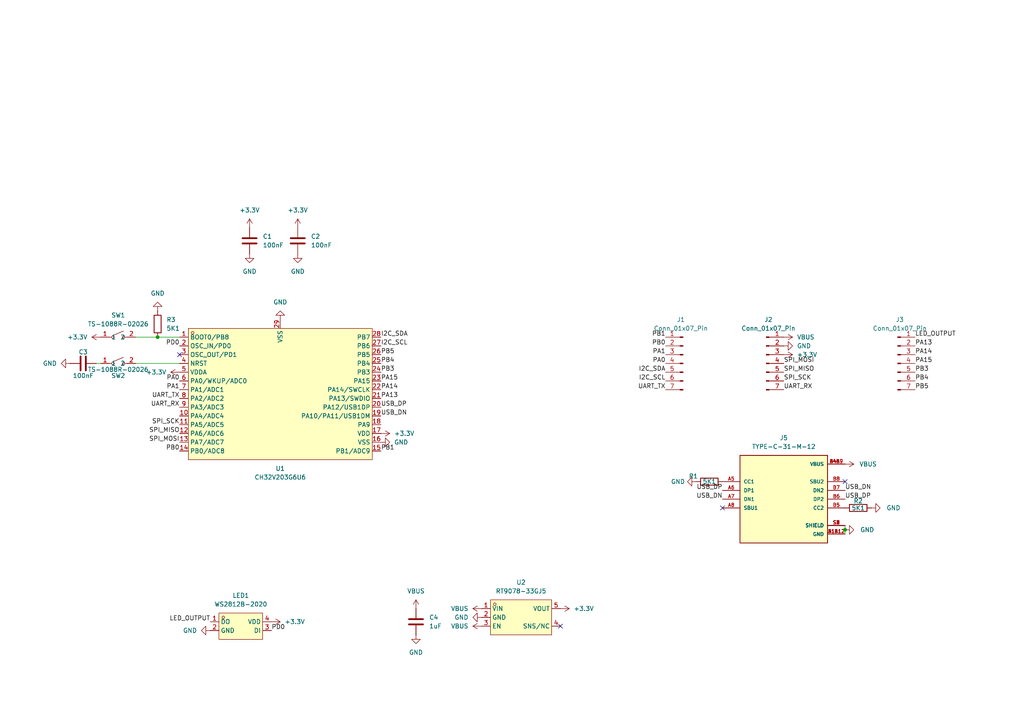
<source format=kicad_sch>
(kicad_sch (version 20231120) (generator "eeschema") (generator_version "8.0")
  (paper "A4")
  (lib_symbols
    (symbol "Connector:Conn_01x07_Pin" (pin_names (offset 1.016) hide)
      (property "Reference" "J" (at 0 10.16 0))
      (property "Value" "Conn_01x07_Pin" (at 0 -10.16 0))
      (symbol "Conn_01x07_Pin_1_1"
        (polyline (pts (xy 1.27 -7.62) (xy 0.8636 -7.62)) (stroke (width 0.1524)))
        (polyline (pts (xy 1.27 -5.08) (xy 0.8636 -5.08)) (stroke (width 0.1524)))
        (polyline (pts (xy 1.27 -2.54) (xy 0.8636 -2.54)) (stroke (width 0.1524)))
        (polyline (pts (xy 1.27 0) (xy 0.8636 0)) (stroke (width 0.1524)))
        (polyline (pts (xy 1.27 2.54) (xy 0.8636 2.54)) (stroke (width 0.1524)))
        (polyline (pts (xy 1.27 5.08) (xy 0.8636 5.08)) (stroke (width 0.1524)))
        (polyline (pts (xy 1.27 7.62) (xy 0.8636 7.62)) (stroke (width 0.1524)))
        (rectangle (start 0.8636 -7.493) (end 0 -7.747) (stroke (width 0.1524)) (fill (type outline)))
        (rectangle (start 0.8636 -4.953) (end 0 -5.207) (stroke (width 0.1524)) (fill (type outline)))
        (rectangle (start 0.8636 -2.413) (end 0 -2.667) (stroke (width 0.1524)) (fill (type outline)))
        (rectangle (start 0.8636 0.127) (end 0 -0.127) (stroke (width 0.1524)) (fill (type outline)))
        (rectangle (start 0.8636 2.667) (end 0 2.413) (stroke (width 0.1524)) (fill (type outline)))
        (rectangle (start 0.8636 5.207) (end 0 4.953) (stroke (width 0.1524)) (fill (type outline)))
        (rectangle (start 0.8636 7.747) (end 0 7.493) (stroke (width 0.1524)) (fill (type outline)))
        (pin passive line (at 5.08 7.62 180) (length 3.81) (name "Pin_1") (number "1"))
        (pin passive line (at 5.08 5.08 180) (length 3.81) (name "Pin_2") (number "2"))
        (pin passive line (at 5.08 2.54 180) (length 3.81) (name "Pin_3") (number "3"))
        (pin passive line (at 5.08 0 180) (length 3.81) (name "Pin_4") (number "4"))
        (pin passive line (at 5.08 -2.54 180) (length 3.81) (name "Pin_5") (number "5"))
        (pin passive line (at 5.08 -5.08 180) (length 3.81) (name "Pin_6") (number "6"))
        (pin passive line (at 5.08 -7.62 180) (length 3.81) (name "Pin_7") (number "7"))
      )
    )
    (symbol "Device:C" (pin_numbers hide) (pin_names (offset 0.254))
      (property "Reference" "C" (at 0.635 2.54 0))
      (property "Value" "C" (at 0.635 -2.54 0))
      (symbol "C_0_1"
        (polyline (pts (xy -2.032 -0.762) (xy 2.032 -0.762)) (stroke (width 0.508)))
        (polyline (pts (xy -2.032 0.762) (xy 2.032 0.762)) (stroke (width 0.508)))
      )
      (symbol "C_1_1"
        (pin passive line (at 0 3.81 270) (length 2.794) (name "~") (number "1"))
        (pin passive line (at 0 -3.81 90) (length 2.794) (name "~") (number "2"))
      )
    )
    (symbol "Device:R" (pin_numbers hide) (pin_names (offset 0))
      (property "Reference" "R" (at 2.032 0 90))
      (property "Value" "R" (at 0 0 90))
      (symbol "R_0_1"
        (rectangle (start -1.016 -2.54) (end 1.016 2.54) (stroke (width 0.254)))
      )
      (symbol "R_1_1"
        (pin passive line (at 0 3.81 270) (length 1.27) (name "~") (number "1"))
        (pin passive line (at 0 -3.81 90) (length 1.27) (name "~") (number "2"))
      )
    )
    (symbol "TYPE-C-31-M-12_1" (pin_names (offset 1.016))
      (property "Reference" "J" (at -12.7 13.462 0))
      (property "Value" "TYPE-C-31-M-12" (at -12.7 -13.462 0))
      (symbol "TYPE-C-31-M-12_1_0_0"
        (rectangle (start -12.7 -12.7) (end 12.7 12.7) (stroke (width 0.254)) (fill (type background)))
        (pin power_in line (at 17.78 -10.16 180) (length 5.08) (name "GND") (number "A1B12"))
        (pin power_in line (at 17.78 10.16 180) (length 5.08) (name "VBUS") (number "A4B9"))
        (pin bidirectional line (at -17.78 5.08 0) (length 5.08) (name "CC1") (number "A5"))
        (pin bidirectional line (at -17.78 2.54 0) (length 5.08) (name "DP1") (number "A6"))
        (pin bidirectional line (at -17.78 0 0) (length 5.08) (name "DN1") (number "A7"))
        (pin bidirectional line (at -17.78 -2.54 0) (length 5.08) (name "SBU1") (number "A8"))
        (pin power_in line (at 17.78 -10.16 180) (length 5.08) (name "GND") (number "B1A12"))
        (pin power_in line (at 17.78 10.16 180) (length 5.08) (name "VBUS") (number "B4A9"))
        (pin bidirectional line (at 17.78 -2.54 180) (length 5.08) (name "CC2") (number "B5"))
        (pin bidirectional line (at 17.78 0 180) (length 5.08) (name "DP2") (number "B6"))
        (pin bidirectional line (at 17.78 2.54 180) (length 5.08) (name "DN2") (number "B7"))
        (pin bidirectional line (at 17.78 5.08 180) (length 5.08) (name "SBU2") (number "B8"))
        (pin passive line (at 17.78 -7.62 180) (length 5.08) (name "SHIELD") (number "S1"))
        (pin passive line (at 17.78 -7.62 180) (length 5.08) (name "SHIELD") (number "S2"))
        (pin passive line (at 17.78 -7.62 180) (length 5.08) (name "SHIELD") (number "S3"))
        (pin passive line (at 17.78 -7.62 180) (length 5.08) (name "SHIELD") (number "S4"))
      )
    )
    (symbol "lcsc:CH32V203G6U6"
      (property "Reference" "U" (at 0 26.67 0))
      (property "Value" "CH32V203G6U6" (at 0 -21.59 0))
      (symbol "CH32V203G6U6_0_1"
        (rectangle (start -26.67 19.05) (end 26.67 -19.05) (fill (type background)))
        (circle (center -25.4 17.78) (radius 0.38))
        (pin unspecified line (at -29.21 16.51 0) (length 2.54) (name "BOOT0/PB8") (number "1"))
        (pin unspecified line (at -29.21 -6.35 0) (length 2.54) (name "PA4/ADC4") (number "10"))
        (pin unspecified line (at -29.21 -8.89 0) (length 2.54) (name "PA5/ADC5") (number "11"))
        (pin unspecified line (at -29.21 -11.43 0) (length 2.54) (name "PA6/ADC6") (number "12"))
        (pin unspecified line (at -29.21 -13.97 0) (length 2.54) (name "PA7/ADC7") (number "13"))
        (pin unspecified line (at -29.21 -16.51 0) (length 2.54) (name "PB0/ADC8") (number "14"))
        (pin unspecified line (at 29.21 -16.51 180) (length 2.54) (name "PB1/ADC9") (number "15"))
        (pin unspecified line (at 29.21 -13.97 180) (length 2.54) (name "VSS") (number "16"))
        (pin unspecified line (at 29.21 -11.43 180) (length 2.54) (name "VDD") (number "17"))
        (pin unspecified line (at 29.21 -8.89 180) (length 2.54) (name "PA9") (number "18"))
        (pin unspecified line (at 29.21 -6.35 180) (length 2.54) (name "PA10/PA11/USB1DM") (number "19"))
        (pin unspecified line (at -29.21 13.97 0) (length 2.54) (name "OSC_IN/PD0") (number "2"))
        (pin unspecified line (at 29.21 -3.81 180) (length 2.54) (name "PA12/USB1DP") (number "20"))
        (pin unspecified line (at 29.21 -1.27 180) (length 2.54) (name "PA13/SWDIO") (number "21"))
        (pin unspecified line (at 29.21 1.27 180) (length 2.54) (name "PA14/SWCLK") (number "22"))
        (pin unspecified line (at 29.21 3.81 180) (length 2.54) (name "PA15") (number "23"))
        (pin unspecified line (at 29.21 6.35 180) (length 2.54) (name "PB3") (number "24"))
        (pin unspecified line (at 29.21 8.89 180) (length 2.54) (name "PB4") (number "25"))
        (pin unspecified line (at 29.21 11.43 180) (length 2.54) (name "PB5") (number "26"))
        (pin unspecified line (at 29.21 13.97 180) (length 2.54) (name "PB6") (number "27"))
        (pin unspecified line (at 29.21 16.51 180) (length 2.54) (name "PB7") (number "28"))
        (pin unspecified line (at 0 21.59 270) (length 2.54) (name "VSS") (number "29"))
        (pin unspecified line (at -29.21 11.43 0) (length 2.54) (name "OSC_OUT/PD1") (number "3"))
        (pin unspecified line (at -29.21 8.89 0) (length 2.54) (name "NRST") (number "4"))
        (pin unspecified line (at -29.21 6.35 0) (length 2.54) (name "VDDA") (number "5"))
        (pin unspecified line (at -29.21 3.81 0) (length 2.54) (name "PA0/WKUP/ADC0") (number "6"))
        (pin unspecified line (at -29.21 1.27 0) (length 2.54) (name "PA1/ADC1") (number "7"))
        (pin unspecified line (at -29.21 -1.27 0) (length 2.54) (name "PA2/ADC2") (number "8"))
        (pin unspecified line (at -29.21 -3.81 0) (length 2.54) (name "PA3/ADC3") (number "9"))
      )
    )
    (symbol "lcsc:RT9078-33GJ5"
      (property "Reference" "U" (at 0 7.62 0))
      (property "Value" "RT9078-33GJ5" (at 0 -7.62 0))
      (symbol "RT9078-33GJ5_0_1"
        (rectangle (start -8.89 5.08) (end 8.89 -5.08) (fill (type background)))
        (circle (center -7.62 3.81) (radius 0.38))
        (pin unspecified line (at -11.43 2.54 0) (length 2.54) (name "VIN") (number "1"))
        (pin unspecified line (at -11.43 0 0) (length 2.54) (name "GND") (number "2"))
        (pin unspecified line (at -11.43 -2.54 0) (length 2.54) (name "EN") (number "3"))
        (pin unspecified line (at 11.43 -2.54 180) (length 2.54) (name "SNS/NC") (number "4"))
        (pin unspecified line (at 11.43 2.54 180) (length 2.54) (name "VOUT") (number "5"))
      )
    )
    (symbol "lcsc:TS-1088R-02026"
      (property "Reference" "SW" (at 0 5.08 0))
      (property "Value" "TS-1088R-02026" (at 0 -5.08 0))
      (symbol "TS-1088R-02026_0_1"
        (circle (center -1.52 0) (radius 0.38))
        (polyline (pts (xy -2.03 0) (xy -2.54 0)))
        (polyline (pts (xy -1.52 0.51) (xy 1.52 1.78)))
        (polyline (pts (xy 2.03 0) (xy 2.54 0)))
        (circle (center 1.52 0) (radius 0.38))
        (pin unspecified line (at -5.08 0 0) (length 2.54) (name "1") (number "1"))
        (pin unspecified line (at 5.08 0 180) (length 2.54) (name "2") (number "2"))
      )
    )
    (symbol "lcsc:WS2812B-2020"
      (property "Reference" "LED" (at 0 6.35 0))
      (property "Value" "WS2812B-2020" (at 0 -6.35 0))
      (symbol "WS2812B-2020_0_1"
        (rectangle (start -6.35 3.81) (end 6.35 -3.81) (fill (type background)))
        (circle (center -5.08 2.54) (radius 0.38))
        (pin unspecified line (at -8.89 1.27 0) (length 2.54) (name "DO") (number "1"))
        (pin unspecified line (at -8.89 -1.27 0) (length 2.54) (name "GND") (number "2"))
        (pin unspecified line (at 8.89 -1.27 180) (length 2.54) (name "DI") (number "3"))
        (pin unspecified line (at 8.89 1.27 180) (length 2.54) (name "VDD") (number "4"))
      )
    )
    (symbol "power:+3.3V" (power) (pin_numbers hide) (pin_names (offset 0) hide)
      (property "Value" "+3.3V" (at 0 3.556 0))
      (symbol "+3.3V_0_1"
        (polyline (pts (xy -0.762 1.27) (xy 0 2.54)))
        (polyline (pts (xy 0 0) (xy 0 2.54)))
        (polyline (pts (xy 0 2.54) (xy 0.762 1.27)))
      )
      (symbol "+3.3V_1_1"
        (pin power_in line (at 0 0 90) (length 0) (name "~") (number "1"))
      )
    )
    (symbol "power:GND" (power) (pin_numbers hide) (pin_names (offset 0) hide)
      (property "Value" "GND" (at 0 -3.81 0))
      (symbol "GND_0_1"
        (polyline (pts (xy 0 0) (xy 0 -1.27) (xy 1.27 -1.27) (xy 0 -2.54) (xy -1.27 -1.27) (xy 0 -1.27)))
      )
      (symbol "GND_1_1"
        (pin power_in line (at 0 0 270) (length 0) (name "~") (number "1"))
      )
    )
    (symbol "power:VBUS" (power) (pin_names (offset 0))
      (property "Value" "VBUS" (at 0 3.81 0))
      (symbol "VBUS_0_1"
        (polyline (pts (xy -0.762 1.27) (xy 0 2.54)))
        (polyline (pts (xy 0 0) (xy 0 2.54)))
        (polyline (pts (xy 0 2.54) (xy 0.762 1.27)))
      )
      (symbol "VBUS_1_1"
        (pin power_in line (at 0 0 90) (length 0) hide (name "VBUS") (number "1"))
      )
    )
  )
  (junction (at 245.11 153.67))
  (junction (at 45.72 97.79))
  (no_connect (at 209.55 147.32))
  (no_connect (at 162.56 181.61))
  (no_connect (at 52.07 102.87))
  (no_connect (at 245.11 139.7))
  (wire (pts (xy 45.72 97.79) (xy 52.07 97.79)))
  (wire (pts (xy 245.11 152.4) (xy 245.11 153.67)))
  (wire (pts (xy 39.37 105.41) (xy 52.07 105.41)))
  (wire (pts (xy 245.11 153.67) (xy 245.11 154.94)))
  (wire (pts (xy 27.94 105.41) (xy 29.21 105.41)))
  (wire (pts (xy 39.37 97.79) (xy 45.72 97.79)))
  (label "PA14" (at 110.49 113.03 0))
  (label "USB_DN" (at 209.55 144.78 180))
  (label "UART_TX" (at 52.07 115.57 180))
  (label "I2C_SDA" (at 110.49 97.79 0))
  (label "PB5" (at 110.49 102.87 0))
  (label "PB5" (at 265.43 113.03 0))
  (label "PA0" (at 193.04 105.41 180))
  (label "SPI_SCK" (at 227.33 110.49 0))
  (label "PA0" (at 52.07 110.49 180))
  (label "UART_RX" (at 52.07 118.11 180))
  (label "PB3" (at 110.49 107.95 0))
  (label "SPI_MOSI" (at 52.07 128.27 180))
  (label "PB3" (at 265.43 107.95 0))
  (label "SPI_MISO" (at 227.33 107.95 0))
  (label "PB1" (at 193.04 97.79 180))
  (label "PA13" (at 265.43 100.33 0))
  (label "PA15" (at 265.43 105.41 0))
  (label "PA1" (at 52.07 113.03 180))
  (label "I2C_SCL" (at 193.04 110.49 180))
  (label "PA15" (at 110.49 110.49 0))
  (label "I2C_SDA" (at 193.04 107.95 180))
  (label "PB0" (at 193.04 100.33 180))
  (label "PD0" (at 78.74 182.88 0))
  (label "PB0" (at 52.07 130.81 180))
  (label "LED_OUTPUT" (at 60.96 180.34 180))
  (label "PD0" (at 52.07 100.33 180))
  (label "UART_RX" (at 227.33 113.03 0))
  (label "USB_DP" (at 110.49 118.11 0))
  (label "USB_DN" (at 110.49 120.65 0))
  (label "PA1" (at 193.04 102.87 180))
  (label "SPI_MOSI" (at 227.33 105.41 0))
  (label "SPI_MISO" (at 52.07 125.73 180))
  (label "PB4" (at 265.43 110.49 0))
  (label "PB1" (at 110.49 130.81 0))
  (label "USB_DP" (at 245.11 144.78 0))
  (label "PB4" (at 110.49 105.41 0))
  (label "USB_DN" (at 245.11 142.24 0))
  (label "SPI_SCK" (at 52.07 123.19 180))
  (label "PA13" (at 110.49 115.57 0))
  (label "PA14" (at 265.43 102.87 0))
  (label "LED_OUTPUT" (at 265.43 97.79 0))
  (label "USB_DP" (at 209.55 142.24 180))
  (label "I2C_SCL" (at 110.49 100.33 0))
  (label "UART_TX" (at 193.04 113.03 180))
  (symbol (lib_id "power:GND") (at 72.39 73.66 0) (unit 1)
    (property "Reference" "#PWR08" (effects (hide yes)))
    (property "Value" "GND" (at 72.39 78.74 0))
    (property "Description" "Power symbol creates a global label with name \"GND\" , ground" (effects (hide yes)))
  )
  (symbol (lib_id "lcsc:CH32V203G6U6") (at 81.28 114.3 0) (unit 1)
    (property "Reference" "U1" (at 81.28 135.89 0))
    (property "Value" "CH32V203G6U6" (at 81.28 138.43 0))
    (property "Footprint" "lcsc:QFN-28_L4.0-W4.0-P0.40-BL-EP2.7" (effects (hide yes)))
    (property "LCSC Part" "C5142280" (effects (hide yes)))
  )
  (symbol (lib_id "Device:R") (at 205.74 139.7 90) (mirror x) (unit 1)
    (property "Reference" "R1" (at 201.1172 138.1252 90))
    (property "Value" "5K1" (at 205.74 139.6492 90))
    (property "Footprint" "Resistor_SMD:R_0402_1005Metric" (effects (hide yes)))
    (property "LCSC" "C328327" (effects (hide yes)))
  )
  (symbol (lib_id "power:GND") (at 110.49 128.27 90) (unit 1)
    (property "Reference" "#PWR014" (effects (hide yes)))
    (property "Value" "GND" (at 114.3 128.2699 90) (effects (justify right)))
    (property "Description" "Power symbol creates a global label with name \"GND\" , ground" (effects (hide yes)))
  )
  (symbol (lib_id "power:GND") (at 139.7 179.07 270) (unit 1)
    (property "Reference" "#PWR024" (effects (hide yes)))
    (property "Value" "GND" (at 135.89 179.0699 90) (effects (justify right)))
    (property "Description" "Power symbol creates a global label with name \"GND\" , ground" (effects (hide yes)))
  )
  (symbol (lib_id "power:GND") (at 120.65 184.15 0) (unit 1)
    (property "Reference" "#PWR022" (effects (hide yes)))
    (property "Value" "GND" (at 120.65 189.23 0))
  )
  (symbol (lib_id "power:GND") (at 86.36 73.66 0) (unit 1)
    (property "Reference" "#PWR09" (effects (hide yes)))
    (property "Value" "GND" (at 86.36 78.74 0))
    (property "Description" "Power symbol creates a global label with name \"GND\" , ground" (effects (hide yes)))
  )
  (symbol (lib_id "power:GND") (at 201.93 139.7 270) (unit 1)
    (property "Reference" "#PWR04" (effects (hide yes)))
    (property "Value" "GND" (at 198.6788 139.6999 90) (effects (justify right)))
  )
  (symbol (lib_id "Device:C") (at 24.13 105.41 90) (unit 1)
    (property "Reference" "C3" (at 24.13 102.108 90))
    (property "Value" "100nF" (at 24.13 108.966 90))
    (property "Footprint" "Capacitor_SMD:C_0402_1005Metric" (effects (hide yes)))
    (property "Description" "Unpolarized capacitor" (effects (hide yes)))
  )
  (symbol (lib_id "power:+3.3V") (at 86.36 66.04 0) (unit 1)
    (property "Reference" "#PWR011" (effects (hide yes)))
    (property "Value" "+3.3V" (at 86.36 60.96 0))
    (property "Description" "Power symbol creates a global label with name \"+3.3V\"" (effects (hide yes)))
  )
  (symbol (lib_id "Device:C") (at 120.65 180.34 0) (unit 1)
    (property "Reference" "C4" (at 124.46 179.0699 0) (effects (justify left)))
    (property "Value" "1uF" (at 124.46 181.6099 0) (effects (justify left)))
    (property "Footprint" "Capacitor_SMD:C_0402_1005Metric" (effects (hide yes)))
    (property "Description" "Unpolarized capacitor" (effects (hide yes)))
  )
  (symbol (lib_name "TYPE-C-31-M-12_1") (lib_id "TYPE-C-31-M-12:TYPE-C-31-M-12") (at 227.33 144.78 0) (unit 1)
    (property "Reference" "J5" (at 227.33 127 0))
    (property "Value" "TYPE-C-31-M-12" (at 227.33 129.54 0))
    (property "Footprint" "TYPE-C-31-M-12:HRO_TYPE-C-31-M-12" (effects (hide yes)))
    (property "MANUFACTURER" "HRO Electronics" (effects (hide yes)))
    (property "PARTREV" "A" (effects (hide yes)))
    (property "MAXIMUM_PACKAGE_HEIGHT" "3.31mm" (effects (hide yes)))
    (property "STANDARD" "Manufacturer Recommendations" (effects (hide yes)))
  )
  (symbol (lib_id "Connector:Conn_01x07_Pin") (at 222.25 105.41 0) (unit 1)
    (property "Reference" "J2" (at 222.885 92.71 0))
    (property "Value" "Conn_01x07_Pin" (at 222.885 95.25 0))
    (property "Footprint" "Connector_PinHeader_2.54mm:PinHeader_1x07_P2.54mm_Vertical" (effects (hide yes)))
    (property "Description" "Generic connector, single row, 01x07, script generated" (effects (hide yes)))
  )
  (symbol (lib_id "power:+3.3V") (at 110.49 125.73 270) (unit 1)
    (property "Reference" "#PWR013" (effects (hide yes)))
    (property "Value" "+3.3V" (at 114.3 125.7299 90) (effects (justify left)))
    (property "Description" "Power symbol creates a global label with name \"+3.3V\"" (effects (hide yes)))
  )
  (symbol (lib_id "Device:C") (at 86.36 69.85 0) (unit 1)
    (property "Reference" "C2" (at 90.17 68.5799 0) (effects (justify left)))
    (property "Value" "100nF" (at 90.17 71.1199 0) (effects (justify left)))
    (property "Footprint" "Capacitor_SMD:C_0402_1005Metric" (effects (hide yes)))
    (property "Description" "Unpolarized capacitor" (effects (hide yes)))
  )
  (symbol (lib_id "power:+3.3V") (at 227.33 102.87 270) (unit 1)
    (property "Reference" "#PWR02" (effects (hide yes)))
    (property "Value" "+3.3V" (at 231.14 102.8699 90) (effects (justify left)))
    (property "Description" "Power symbol creates a global label with name \"+3.3V\"" (effects (hide yes)))
  )
  (symbol (lib_id "lcsc:TS-1088R-02026") (at 34.29 105.41 0) (unit 1)
    (property "Reference" "SW2" (at 34.29 108.966 0))
    (property "Value" "TS-1088R-02026" (at 34.29 107.188 0))
    (property "Footprint" "lcsc:SW-SMD_L3.9-W3.0-P4.45" (effects (hide yes)))
    (property "Datasheet" "https://lcsc.com/product-detail/New-Arrivals_XUNPU-TS-1088R-02026_C455280.html" (effects (hide yes)))
    (property "LCSC Part" "C455280" (effects (hide yes)))
  )
  (symbol (lib_id "Device:R") (at 248.92 147.32 90) (unit 1)
    (property "Reference" "R2" (at 248.92 145.288 90))
    (property "Value" "5K1" (at 248.92 147.3708 90))
    (property "Footprint" "Resistor_SMD:R_0402_1005Metric" (effects (hide yes)))
    (property "LCSC" "C328327" (effects (hide yes)))
  )
  (symbol (lib_id "lcsc:RT9078-33GJ5") (at 151.13 179.07 0) (unit 1)
    (property "Reference" "U2" (at 151.13 168.91 0))
    (property "Value" "RT9078-33GJ5" (at 151.13 171.45 0))
    (property "Footprint" "lcsc:TSOT-23-5_L2.9-W1.6-P0.95-LS2.8-BR" (effects (hide yes)))
    (property "Datasheet" "https://lcsc.com/product-detail/Others_Richtek-Tech-RT9078-33GJ5_C110427.html" (effects (hide yes)))
    (property "LCSC Part" "C110427" (effects (hide yes)))
  )
  (symbol (lib_id "power:GND") (at 252.73 147.32 90) (unit 1)
    (property "Reference" "#PWR07" (effects (hide yes)))
    (property "Value" "GND" (at 257.0988 147.3199 90) (effects (justify right)))
  )
  (symbol (lib_id "power:VBUS") (at 245.11 134.62 270) (unit 1)
    (property "Reference" "#PWR05" (effects (hide yes)))
    (property "Value" "VBUS" (at 249.2248 134.6199 90) (effects (justify left)))
  )
  (symbol (lib_id "power:GND") (at 245.11 153.67 90) (unit 1)
    (property "Reference" "#PWR06" (effects (hide yes)))
    (property "Value" "GND" (at 249.4788 153.6699 90) (effects (justify right)))
  )
  (symbol (lib_id "power:GND") (at 60.96 182.88 270) (unit 1)
    (property "Reference" "#PWR018" (effects (hide yes)))
    (property "Value" "GND" (at 57.15 182.8799 90) (effects (justify right)))
    (property "Description" "Power symbol creates a global label with name \"GND\" , ground" (effects (hide yes)))
  )
  (symbol (lib_id "power:+3.3V") (at 29.21 97.79 90) (unit 1)
    (property "Reference" "#PWR016" (effects (hide yes)))
    (property "Value" "+3.3V" (at 25.4 97.7899 90) (effects (justify left)))
    (property "Description" "Power symbol creates a global label with name \"+3.3V\"" (effects (hide yes)))
  )
  (symbol (lib_id "Connector:Conn_01x07_Pin") (at 198.12 105.41 0) (mirror y) (unit 1)
    (property "Reference" "J1" (at 197.485 92.71 0))
    (property "Value" "Conn_01x07_Pin" (at 197.485 95.25 0))
    (property "Footprint" "Connector_PinHeader_2.54mm:PinHeader_1x07_P2.54mm_Vertical" (effects (hide yes)))
    (property "Description" "Generic connector, single row, 01x07, script generated" (effects (hide yes)))
  )
  (symbol (lib_id "Device:C") (at 72.39 69.85 0) (unit 1)
    (property "Reference" "C1" (at 76.2 68.5799 0) (effects (justify left)))
    (property "Value" "100nF" (at 76.2 71.1199 0) (effects (justify left)))
    (property "Footprint" "Capacitor_SMD:C_0402_1005Metric" (effects (hide yes)))
    (property "Description" "Unpolarized capacitor" (effects (hide yes)))
  )
  (symbol (lib_id "power:+3.3V") (at 162.56 176.53 270) (unit 1)
    (property "Reference" "#PWR026" (effects (hide yes)))
    (property "Value" "+3.3V" (at 166.37 176.5299 90) (effects (justify left)))
    (property "Description" "Power symbol creates a global label with name \"+3.3V\"" (effects (hide yes)))
  )
  (symbol (lib_id "power:VBUS") (at 139.7 181.61 90) (unit 1)
    (property "Reference" "#PWR025" (effects (hide yes)))
    (property "Value" "VBUS" (at 135.89 181.6099 90) (effects (justify left)))
  )
  (symbol (lib_id "power:+3.3V") (at 72.39 66.04 0) (unit 1)
    (property "Reference" "#PWR010" (effects (hide yes)))
    (property "Value" "+3.3V" (at 72.39 60.96 0))
    (property "Description" "Power symbol creates a global label with name \"+3.3V\"" (effects (hide yes)))
  )
  (symbol (lib_id "power:VBUS") (at 120.65 176.53 0) (unit 1)
    (property "Reference" "#PWR021" (effects (hide yes)))
    (property "Value" "VBUS" (at 120.65 171.45 0))
  )
  (symbol (lib_id "power:GND") (at 45.72 90.17 180) (unit 1)
    (property "Reference" "#PWR017" (effects (hide yes)))
    (property "Value" "GND" (at 45.72 85.09 0))
    (property "Description" "Power symbol creates a global label with name \"GND\" , ground" (effects (hide yes)))
  )
  (symbol (lib_id "power:+3.3V") (at 78.74 180.34 270) (unit 1)
    (property "Reference" "#PWR019" (effects (hide yes)))
    (property "Value" "+3.3V" (at 82.55 180.3399 90) (effects (justify left)))
    (property "Description" "Power symbol creates a global label with name \"+3.3V\"" (effects (hide yes)))
  )
  (symbol (lib_id "lcsc:WS2812B-2020") (at 69.85 181.61 0) (unit 1)
    (property "Reference" "LED1" (at 69.85 172.72 0))
    (property "Value" "WS2812B-2020" (at 69.85 175.26 0))
    (property "Footprint" "lcsc:LED-SMD_4P-L2.0-W2.0-TL_WS2812B-2020" (effects (hide yes)))
    (property "Datasheet" "https://lcsc.com/product-detail/Light-Emitting-Diodes-LED_Worldsemi-WS2812B-2020_C965555.html" (effects (hide yes)))
    (property "LCSC Part" "C965555" (effects (hide yes)))
  )
  (symbol (lib_id "Connector:Conn_01x07_Pin") (at 260.35 105.41 0) (unit 1)
    (property "Reference" "J3" (at 260.985 92.71 0))
    (property "Value" "Conn_01x07_Pin" (at 260.985 95.25 0))
    (property "Footprint" "Connector_PinHeader_2.54mm:PinHeader_1x07_P2.54mm_Vertical" (effects (hide yes)))
    (property "Description" "Generic connector, single row, 01x07, script generated" (effects (hide yes)))
  )
  (symbol (lib_id "power:GND") (at 81.28 92.71 180) (unit 1)
    (property "Reference" "#PWR015" (effects (hide yes)))
    (property "Value" "GND" (at 81.28 87.63 0))
    (property "Description" "Power symbol creates a global label with name \"GND\" , ground" (effects (hide yes)))
  )
  (symbol (lib_id "power:VBUS") (at 227.33 97.79 270) (unit 1)
    (property "Reference" "#PWR027" (effects (hide yes)))
    (property "Value" "VBUS" (at 231.14 97.7899 90) (effects (justify left)))
  )
  (symbol (lib_id "power:VBUS") (at 139.7 176.53 90) (unit 1)
    (property "Reference" "#PWR023" (effects (hide yes)))
    (property "Value" "VBUS" (at 135.89 176.5299 90) (effects (justify left)))
  )
  (symbol (lib_id "power:+3.3V") (at 52.07 107.95 90) (unit 1)
    (property "Reference" "#PWR012" (effects (hide yes)))
    (property "Value" "+3.3V" (at 48.26 107.9499 90) (effects (justify left)))
    (property "Description" "Power symbol creates a global label with name \"+3.3V\"" (effects (hide yes)))
  )
  (symbol (lib_id "power:GND") (at 227.33 100.33 90) (unit 1)
    (property "Reference" "#PWR01" (effects (hide yes)))
    (property "Value" "GND" (at 231.14 100.3299 90) (effects (justify right)))
    (property "Description" "Power symbol creates a global label with name \"GND\" , ground" (effects (hide yes)))
  )
  (symbol (lib_id "Device:R") (at 45.72 93.98 0) (unit 1)
    (property "Reference" "R3" (at 48.26 92.7099 0) (effects (justify left)))
    (property "Value" "5K1" (at 48.26 95.2499 0) (effects (justify left)))
    (property "Footprint" "Resistor_SMD:R_0402_1005Metric" (effects (hide yes)))
    (property "Description" "Resistor" (effects (hide yes)))
  )
  (symbol (lib_id "lcsc:TS-1088R-02026") (at 34.29 97.79 0) (unit 1)
    (property "Reference" "SW1" (at 34.29 91.44 0))
    (property "Value" "TS-1088R-02026" (at 34.29 93.98 0))
    (property "Footprint" "lcsc:SW-SMD_L3.9-W3.0-P4.45" (effects (hide yes)))
    (property "Datasheet" "https://lcsc.com/product-detail/New-Arrivals_XUNPU-TS-1088R-02026_C455280.html" (effects (hide yes)))
    (property "LCSC Part" "C455280" (effects (hide yes)))
  )
  (symbol (lib_id "power:GND") (at 20.32 105.41 270) (unit 1)
    (property "Reference" "#PWR020" (effects (hide yes)))
    (property "Value" "GND" (at 16.51 105.4099 90) (effects (justify right)))
    (property "Description" "Power symbol creates a global label with name \"GND\" , ground" (effects (hide yes)))
  )
)
</source>
